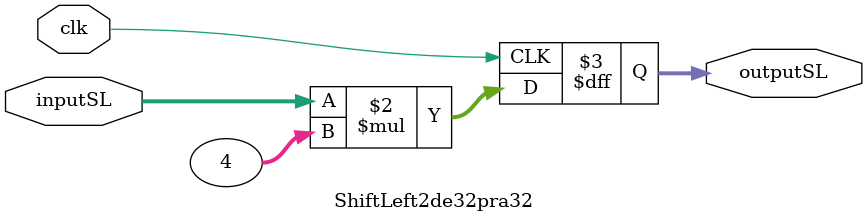
<source format=v>
module ShiftLeft2de32pra32(input wire clk, input wire [31:0] inputSL, output reg [31:0] outputSL);
	
always @(posedge clk) begin
	outputSL = inputSL * 4;
end
endmodule
</source>
